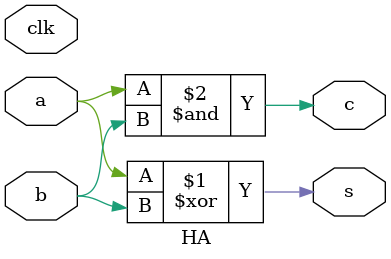
<source format=v>
module HA(clk, a, b, s, c);
    input clk;
    input a, b;
    output   s, c;
    assign    s =  a ^ b ;
    assign    c =  a & b ;
endmodule
</source>
